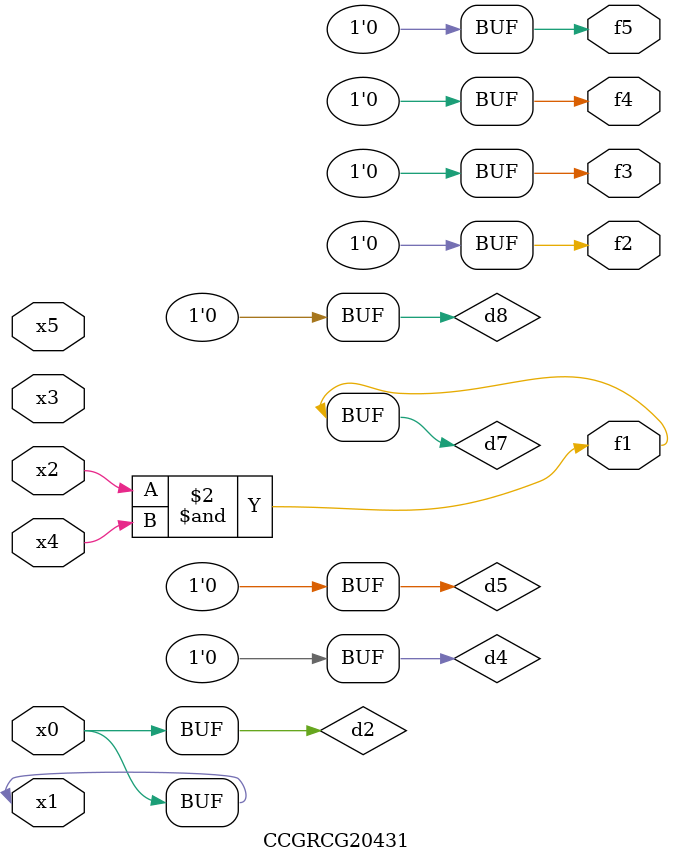
<source format=v>
module CCGRCG20431(
	input x0, x1, x2, x3, x4, x5,
	output f1, f2, f3, f4, f5
);

	wire d1, d2, d3, d4, d5, d6, d7, d8, d9;

	nand (d1, x1);
	buf (d2, x0, x1);
	nand (d3, x2, x4);
	and (d4, d1, d2);
	and (d5, d1, d2);
	nand (d6, d1, d3);
	not (d7, d3);
	xor (d8, d5);
	nor (d9, d5, d6);
	assign f1 = d7;
	assign f2 = d8;
	assign f3 = d8;
	assign f4 = d8;
	assign f5 = d8;
endmodule

</source>
